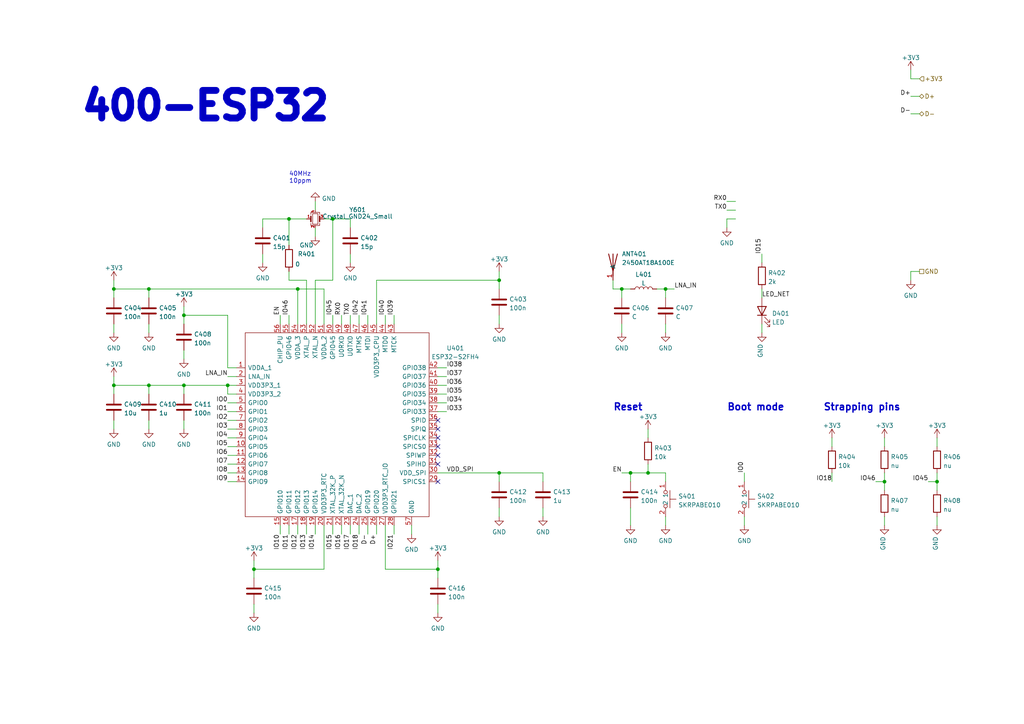
<source format=kicad_sch>
(kicad_sch (version 20230121) (generator eeschema)
  (paper "A4")
  (title_block (title "PMK_Keyboard") (date "2023-02-06") (rev "HW00") (company "PumaCorp") (comment 1 "Design by: NdG"))
  (lib_symbols
    (symbol "Component lib:2450AT18A100E" (pin_names (offset 0.762))
      (property "Reference" "ANT" (at 6.35 10.16 0))
      (property "Value" "2450AT18A100E" (at 6.35 7.62 0))
      (symbol "2450AT18A100E_0_1"
        (polyline (pts (xy 0 7.62) (xy 0 1.27)) (stroke (width 0.254)))
        (polyline (pts (xy 1.27 7.62) (xy 0 2.54) (xy -1.27 7.62)) (stroke (width 0.254)))
      )
      (symbol "2450AT18A100E_1_1"
        (pin input line (at 0 0 90) (length 2.54) (name "A") (number "1"))
      )
    )
    (symbol "Component lib:C" (pin_numbers hide) (pin_names (offset 0.254))
      (property "Reference" "C" (at 0.635 -1.27 0))
      (property "Value" "C" (at 0.635 -6.35 0))
      (symbol "C_0_1"
        (polyline (pts (xy -2.032 -4.572) (xy 2.032 -4.572)) (stroke (width 0.508)))
        (polyline (pts (xy -2.032 -3.048) (xy 2.032 -3.048)) (stroke (width 0.508)))
      )
      (symbol "C_1_1"
        (pin passive line (at 0 0 270) (length 2.794) (name "~") (number "1"))
        (pin passive line (at 0 -7.62 90) (length 2.794) (name "~") (number "2"))
      )
    )
    (symbol "Component lib:L" (pin_numbers hide) (pin_names (offset 1.016) hide)
      (property "Reference" "L" (at 3.81 -1.27 0))
      (property "Value" "L" (at 3.81 1.905 0))
      (symbol "L_0_1"
        (arc (start 2.54 0) (mid 1.905 0.6323) (end 1.27 0))
        (arc (start 3.81 0) (mid 3.175 0.6323) (end 2.54 0))
        (arc (start 5.08 0) (mid 4.445 0.6323) (end 3.81 0))
        (arc (start 6.35 0) (mid 5.715 0.6323) (end 5.08 0))
      )
      (symbol "L_1_1"
        (pin passive line (at 0 0 0) (length 1.27) (name "1") (number "1"))
        (pin passive line (at 7.62 0 180) (length 1.27) (name "2") (number "2"))
      )
    )
    (symbol "Component lib:LED" (pin_numbers hide) (pin_names (offset 1.016) hide)
      (property "Reference" "D" (at 3.81 2.54 0))
      (property "Value" "LED" (at 3.81 -2.54 0))
      (symbol "LED_0_1"
        (polyline (pts (xy 2.54 -1.27) (xy 2.54 1.27)) (stroke (width 0.254)))
        (polyline (pts (xy 2.54 0) (xy 5.08 0)))
        (polyline (pts (xy 5.08 -1.27) (xy 5.08 1.27) (xy 2.54 0) (xy 5.08 -1.27)) (stroke (width 0.254)))
        (polyline (pts (xy 0.762 -0.762) (xy -0.762 -2.286) (xy 0 -2.286) (xy -0.762 -2.286) (xy -0.762 -1.524)))
        (polyline (pts (xy 2.032 -0.762) (xy 0.508 -2.286) (xy 1.27 -2.286) (xy 0.508 -2.286) (xy 0.508 -1.524)))
      )
      (symbol "LED_1_1"
        (pin passive line (at 0 0 0) (length 2.54) (name "K") (number "1"))
        (pin passive line (at 7.62 0 180) (length 2.54) (name "A") (number "2"))
      )
    )
    (symbol "Component lib:R" (pin_numbers hide) (pin_names (offset 0))
      (property "Reference" "R" (at 2.032 -3.81 90))
      (property "Value" "R" (at 0 -3.81 90))
      (symbol "R_0_1"
        (rectangle (start -1.016 -6.35) (end 1.016 -1.27) (stroke (width 0.254)))
      )
      (symbol "R_1_1"
        (pin passive line (at 0 0 270) (length 1.27) (name "~") (number "1"))
        (pin passive line (at 0 -7.62 90) (length 1.27) (name "~") (number "2"))
      )
    )
    (symbol "Component lib:SKRPABE010" (pin_names (offset 0.762))
      (property "Reference" "S" (at 5.715 3.81 0))
      (property "Value" "SKRPABE010" (at 24.13 5.08 0))
      (symbol "SKRPABE010_0_1"
        (polyline (pts (xy 5.08 1.27) (xy 5.08 3.048)))
        (polyline (pts (xy 7.62 1.27) (xy 2.54 1.27)))
        (circle (center 3.048 0) (radius 0.508))
        (circle (center 7.112 0) (radius 0.508))
        (pin passive line (at 0 0 0) (length 2.54) (name "1") (number "1"))
        (pin passive line (at 10.16 0 180) (length 2.54) (name "2") (number "2"))
      )
    )
    (symbol "Component_lib:ESP32-S2FH4" (pin_names (offset 0.762))
      (property "Reference" "U" (at 22.86 -12.7 0))
      (property "Value" "ESP32-S2FH4" (at 22.86 -15.24 0))
      (symbol "ESP32-S2FH4_0_0"
        (pin passive line (at 0 0 0) (length 2.54) (name "VDDA_1") (number "1"))
        (pin passive line (at 0 -22.86 0) (length 2.54) (name "GPIO5") (number "10"))
        (pin passive line (at 0 -25.4 0) (length 2.54) (name "GPIO6") (number "11"))
        (pin passive line (at 0 -27.94 0) (length 2.54) (name "GPIO7") (number "12"))
        (pin passive line (at 0 -30.48 0) (length 2.54) (name "GPIO8") (number "13"))
        (pin passive line (at 0 -33.02 0) (length 2.54) (name "GPIO9") (number "14"))
        (pin passive line (at 12.7 -45.72 90) (length 2.54) (name "GPIO10") (number "15"))
        (pin passive line (at 15.24 -45.72 90) (length 2.54) (name "GPIO11") (number "16"))
        (pin passive line (at 17.78 -45.72 90) (length 2.54) (name "GPIO12") (number "17"))
        (pin passive line (at 20.32 -45.72 90) (length 2.54) (name "GPIO13") (number "18"))
        (pin passive line (at 22.86 -45.72 90) (length 2.54) (name "GPIO14") (number "19"))
        (pin passive line (at 0 -2.54 0) (length 2.54) (name "LNA_IN") (number "2"))
        (pin passive line (at 25.4 -45.72 90) (length 2.54) (name "VDD3P3_RTC") (number "20"))
        (pin passive line (at 27.94 -45.72 90) (length 2.54) (name "XTAL_32K_P") (number "21"))
        (pin passive line (at 30.48 -45.72 90) (length 2.54) (name "XTAL_32K_N") (number "22"))
        (pin passive line (at 33.02 -45.72 90) (length 2.54) (name "DAC_1") (number "23"))
        (pin passive line (at 35.56 -45.72 90) (length 2.54) (name "DAC_2") (number "24"))
        (pin passive line (at 38.1 -45.72 90) (length 2.54) (name "GPIO19") (number "25"))
        (pin passive line (at 40.64 -45.72 90) (length 2.54) (name "GPIO20") (number "26"))
        (pin passive line (at 43.18 -45.72 90) (length 2.54) (name "VDD3P3_RTC_IO") (number "27"))
        (pin passive line (at 45.72 -45.72 90) (length 2.54) (name "GPIO21") (number "28"))
        (pin passive line (at 58.42 -33.02 180) (length 2.54) (name "SPICS1") (number "29"))
        (pin passive line (at 0 -5.08 0) (length 2.54) (name "VDD3P3_1") (number "3"))
        (pin passive line (at 58.42 -30.48 180) (length 2.54) (name "VDD_SPI") (number "30"))
        (pin passive line (at 58.42 -27.94 180) (length 2.54) (name "SPIHD") (number "31"))
        (pin passive line (at 58.42 -25.4 180) (length 2.54) (name "SPIWP") (number "32"))
        (pin passive line (at 58.42 -22.86 180) (length 2.54) (name "SPICS0") (number "33"))
        (pin passive line (at 58.42 -20.32 180) (length 2.54) (name "SPICLK") (number "34"))
        (pin passive line (at 58.42 -17.78 180) (length 2.54) (name "SPIQ") (number "35"))
        (pin passive line (at 58.42 -15.24 180) (length 2.54) (name "SPID") (number "36"))
        (pin passive line (at 58.42 -12.7 180) (length 2.54) (name "GPIO33") (number "37"))
        (pin passive line (at 58.42 -10.16 180) (length 2.54) (name "GPIO34") (number "38"))
        (pin passive line (at 58.42 -7.62 180) (length 2.54) (name "GPIO35") (number "39"))
        (pin passive line (at 0 -7.62 0) (length 2.54) (name "VDD3P3_2") (number "4"))
        (pin passive line (at 58.42 -5.08 180) (length 2.54) (name "GPIO36") (number "40"))
        (pin passive line (at 58.42 -2.54 180) (length 2.54) (name "GPIO37") (number "41"))
        (pin passive line (at 58.42 0 180) (length 2.54) (name "GPIO38") (number "42"))
        (pin passive line (at 45.72 12.7 270) (length 2.54) (name "MTCK") (number "43"))
        (pin passive line (at 43.18 12.7 270) (length 2.54) (name "MTD0") (number "44"))
        (pin passive line (at 40.64 12.7 270) (length 2.54) (name "VDD3P3_CPU") (number "45"))
        (pin passive line (at 38.1 12.7 270) (length 2.54) (name "MTDI") (number "46"))
        (pin passive line (at 35.56 12.7 270) (length 2.54) (name "MTMS") (number "47"))
        (pin passive line (at 33.02 12.7 270) (length 2.54) (name "U0TXD") (number "48"))
        (pin passive line (at 30.48 12.7 270) (length 2.54) (name "U0RXD") (number "49"))
        (pin passive line (at 0 -10.16 0) (length 2.54) (name "GPIO0") (number "5"))
        (pin passive line (at 27.94 12.7 270) (length 2.54) (name "GPIO45") (number "50"))
        (pin passive line (at 25.4 12.7 270) (length 2.54) (name "VDDA_2") (number "51"))
        (pin passive line (at 22.86 12.7 270) (length 2.54) (name "XTAL_N") (number "52"))
        (pin passive line (at 20.32 12.7 270) (length 2.54) (name "XTAL_P") (number "53"))
        (pin passive line (at 17.78 12.7 270) (length 2.54) (name "VDDA_3") (number "54"))
        (pin passive line (at 15.24 12.7 270) (length 2.54) (name "GPIO46") (number "55"))
        (pin passive line (at 12.7 12.7 270) (length 2.54) (name "CHIP_PU") (number "56"))
        (pin passive line (at 50.8 -45.72 90) (length 2.54) (name "GND") (number "57"))
        (pin passive line (at 0 -12.7 0) (length 2.54) (name "GPIO1") (number "6"))
        (pin passive line (at 0 -15.24 0) (length 2.54) (name "GPIO2") (number "7"))
        (pin passive line (at 0 -17.78 0) (length 2.54) (name "GPIO3") (number "8"))
        (pin passive line (at 0 -20.32 0) (length 2.54) (name "GPIO4") (number "9"))
      )
      (symbol "ESP32-S2FH4_0_1"
        (polyline (pts (xy 2.54 10.16) (xy 55.88 10.16) (xy 55.88 -43.18) (xy 2.54 -43.18) (xy 2.54 10.16)) (stroke (width 0.1524)))
      )
    )
    (symbol "Device:Crystal_GND24_Small" (pin_names (offset 1.016) hide)
      (property "Reference" "Y" (at 1.27 4.445 0))
      (property "Value" "Crystal_GND24_Small" (at 1.27 2.54 0))
      (symbol "Crystal_GND24_Small_0_1"
        (rectangle (start -0.762 -1.524) (end 0.762 1.524))
        (polyline (pts (xy -1.27 -0.762) (xy -1.27 0.762)) (stroke (width 0.381)))
        (polyline (pts (xy 1.27 -0.762) (xy 1.27 0.762)) (stroke (width 0.381)))
        (polyline (pts (xy -1.27 -1.27) (xy -1.27 -1.905) (xy 1.27 -1.905) (xy 1.27 -1.27)))
        (polyline (pts (xy -1.27 1.27) (xy -1.27 1.905) (xy 1.27 1.905) (xy 1.27 1.27)))
      )
      (symbol "Crystal_GND24_Small_1_1"
        (pin passive line (at -2.54 0 0) (length 1.27) (name "1") (number "1"))
        (pin passive line (at 0 -2.54 90) (length 0.635) (name "2") (number "2"))
        (pin passive line (at 2.54 0 180) (length 1.27) (name "3") (number "3"))
        (pin passive line (at 0 2.54 270) (length 0.635) (name "4") (number "4"))
      )
    )
    (symbol "power:+3V3" (power) (pin_names (offset 0))
      (property "Value" "+3V3" (at 0 3.556 0))
      (symbol "+3V3_0_1"
        (polyline (pts (xy -0.762 1.27) (xy 0 2.54)))
        (polyline (pts (xy 0 0) (xy 0 2.54)))
        (polyline (pts (xy 0 2.54) (xy 0.762 1.27)))
      )
      (symbol "+3V3_1_1"
        (pin power_in line (at 0 0 90) (length 0) hide (name "+3V3") (number "1"))
      )
    )
    (symbol "power:GND" (power) (pin_names (offset 0))
      (property "Value" "GND" (at 0 -3.81 0))
      (symbol "GND_0_1"
        (polyline (pts (xy 0 0) (xy 0 -1.27) (xy 1.27 -1.27) (xy 0 -2.54) (xy -1.27 -1.27) (xy 0 -1.27)))
      )
      (symbol "GND_1_1"
        (pin power_in line (at 0 0 270) (length 0) hide (name "GND") (number "1"))
      )
    )
  )
  (junction (at 43.18 83.82))
  (junction (at 53.34 91.44))
  (junction (at 182.88 137.16))
  (junction (at 127 165.1))
  (junction (at 33.02 83.82))
  (junction (at 187.96 137.16))
  (junction (at 96.52 63.5))
  (junction (at 66.04 111.76))
  (junction (at 33.02 111.76))
  (junction (at 193.04 83.82))
  (junction (at 86.36 83.82))
  (junction (at 180.34 83.82))
  (junction (at 83.82 63.5))
  (junction (at 271.78 139.7))
  (junction (at 256.54 139.7))
  (junction (at 43.18 111.76))
  (junction (at 53.34 111.76))
  (junction (at 144.78 81.28))
  (junction (at 144.78 137.16))
  (junction (at 73.66 165.1))
  (no_connect (at 127 127))
  (no_connect (at 127 132.08))
  (no_connect (at 127 139.7))
  (no_connect (at 127 129.54))
  (no_connect (at 127 134.62))
  (no_connect (at 127 124.46))
  (no_connect (at 127 121.92))
  (bus_entry (at 73.66 292.1) (size 2.54 -2.54))
  (bus_entry (at 73.66 246.38) (size 2.54 -2.54))
  (bus_entry (at 73.66 261.62) (size 2.54 -2.54))
  (bus_entry (at 73.66 274.32) (size 2.54 -2.54))
  (bus_entry (at 73.66 276.86) (size 2.54 -2.54))
  (bus_entry (at 73.66 233.68) (size 2.54 -2.54))
  (bus_entry (at 73.66 294.64) (size 2.54 -2.54))
  (bus_entry (at 73.66 259.08) (size 2.54 -2.54))
  (bus_entry (at 73.66 299.72) (size 2.54 -2.54))
  (bus_entry (at 73.66 236.22) (size 2.54 -2.54))
  (bus_entry (at 73.66 238.76) (size 2.54 -2.54))
  (bus_entry (at 73.66 256.54) (size 2.54 -2.54))
  (bus_entry (at 73.66 243.84) (size 2.54 -2.54))
  (bus_entry (at 73.66 284.48) (size 2.54 -2.54))
  (bus_entry (at 73.66 297.18) (size 2.54 -2.54))
  (bus_entry (at 73.66 241.3) (size 2.54 -2.54))
  (bus_entry (at 73.66 266.7) (size 2.54 -2.54))
  (bus_entry (at 73.66 251.46) (size 2.54 -2.54))
  (bus_entry (at 73.66 271.78) (size 2.54 -2.54))
  (bus_entry (at 73.66 254) (size 2.54 -2.54))
  (bus_entry (at 73.66 248.92) (size 2.54 -2.54))
  (bus_entry (at 73.66 231.14) (size 2.54 -2.54))
  (bus_entry (at 73.66 302.26) (size 2.54 -2.54))
  (bus_entry (at 73.66 269.24) (size 2.54 -2.54))
  (bus_entry (at 73.66 289.56) (size 2.54 -2.54))
  (bus_entry (at 73.66 228.6) (size 2.54 -2.54))
  (bus_entry (at 73.66 281.94) (size 2.54 -2.54))
  (bus_entry (at 73.66 287.02) (size 2.54 -2.54))
  (bus_entry (at 73.66 264.16) (size 2.54 -2.54))
  (bus_entry (at 73.66 279.4) (size 2.54 -2.54))
  (wire (pts (xy 53.34 101.6) (xy 53.34 104.14)))
  (wire (pts (xy 66.04 129.54) (xy 68.58 129.54)))
  (bus (pts (xy 76.2 256.54) (xy 76.2 259.08)))
  (bus (pts (xy 76.2 233.68) (xy 76.2 236.22)))
  (wire (pts (xy 127 165.1) (xy 127 167.64)))
  (wire (pts (xy 101.6 73.66) (xy 101.6 76.2)))
  (wire (pts (xy 144.78 137.16) (xy 157.48 137.16)))
  (bus (pts (xy 76.2 269.24) (xy 76.2 271.78)))
  (wire (pts (xy 127 162.56) (xy 127 165.1)))
  (wire (pts (xy 182.88 147.32) (xy 182.88 152.4)))
  (wire (pts (xy 66.04 121.92) (xy 68.58 121.92)))
  (wire (pts (xy 106.68 91.44) (xy 106.68 93.98)))
  (wire (pts (xy 66.04 111.76) (xy 68.58 111.76)))
  (wire (pts (xy 264.16 22.86) (xy 266.7 22.86)))
  (wire (pts (xy 71.12 233.68) (xy 73.66 233.68)))
  (bus (pts (xy 76.2 248.92) (xy 76.2 251.46)))
  (wire (pts (xy 210.82 58.42) (xy 213.36 58.42)))
  (wire (pts (xy 53.34 114.3) (xy 53.34 111.76)))
  (wire (pts (xy 83.82 71.12) (xy 83.82 63.5)))
  (wire (pts (xy 71.12 302.26) (xy 73.66 302.26)))
  (bus (pts (xy 76.2 246.38) (xy 76.2 248.92)))
  (wire (pts (xy 109.22 152.4) (xy 109.22 154.94)))
  (wire (pts (xy 256.54 137.16) (xy 256.54 139.7)))
  (wire (pts (xy 114.3 91.44) (xy 114.3 93.98)))
  (wire (pts (xy 111.76 91.44) (xy 111.76 93.98)))
  (wire (pts (xy 71.12 236.22) (xy 73.66 236.22)))
  (wire (pts (xy 264.16 20.32) (xy 264.16 22.86)))
  (bus (pts (xy 76.2 294.64) (xy 76.2 297.18)))
  (wire (pts (xy 193.04 93.98) (xy 193.04 96.52)))
  (wire (pts (xy 53.34 88.9) (xy 53.34 91.44)))
  (wire (pts (xy 71.12 254) (xy 73.66 254)))
  (wire (pts (xy 96.52 91.44) (xy 96.52 93.98)))
  (wire (pts (xy 43.18 83.82) (xy 43.18 86.36)))
  (wire (pts (xy 66.04 127) (xy 68.58 127)))
  (bus (pts (xy 76.2 284.48) (xy 76.2 287.02)))
  (wire (pts (xy 33.02 81.28) (xy 33.02 83.82)))
  (wire (pts (xy 88.9 152.4) (xy 88.9 154.94)))
  (wire (pts (xy 93.98 83.82) (xy 86.36 83.82)))
  (wire (pts (xy 76.2 66.04) (xy 76.2 63.5)))
  (wire (pts (xy 157.48 147.32) (xy 157.48 149.86)))
  (wire (pts (xy 129.54 119.38) (xy 127 119.38)))
  (wire (pts (xy 177.8 81.28) (xy 177.8 83.82)))
  (wire (pts (xy 99.06 91.44) (xy 99.06 93.98)))
  (wire (pts (xy 157.48 137.16) (xy 157.48 139.7)))
  (wire (pts (xy 76.2 73.66) (xy 76.2 76.2)))
  (wire (pts (xy 71.12 246.38) (xy 73.66 246.38)))
  (wire (pts (xy 71.12 264.16) (xy 73.66 264.16)))
  (wire (pts (xy 71.12 299.72) (xy 73.66 299.72)))
  (wire (pts (xy 241.3 127) (xy 241.3 129.54)))
  (wire (pts (xy 33.02 121.92) (xy 33.02 124.46)))
  (wire (pts (xy 83.82 63.5) (xy 88.9 63.5)))
  (wire (pts (xy 96.52 152.4) (xy 96.52 154.94)))
  (wire (pts (xy 83.82 81.28) (xy 88.9 81.28)))
  (bus (pts (xy 76.2 292.1) (xy 76.2 294.64)))
  (wire (pts (xy 256.54 139.7) (xy 256.54 142.24)))
  (wire (pts (xy 264.16 27.94) (xy 266.7 27.94)))
  (wire (pts (xy 71.12 248.92) (xy 73.66 248.92)))
  (wire (pts (xy 127 137.16) (xy 144.78 137.16)))
  (wire (pts (xy 81.28 91.44) (xy 81.28 93.98)))
  (bus (pts (xy 76.2 226.06) (xy 76.2 228.6)))
  (wire (pts (xy 193.04 149.86) (xy 193.04 152.4)))
  (wire (pts (xy 177.8 83.82) (xy 180.34 83.82)))
  (bus (pts (xy 76.2 271.78) (xy 76.2 274.32)))
  (wire (pts (xy 254 139.7) (xy 256.54 139.7)))
  (wire (pts (xy 220.98 73.66) (xy 220.98 76.2)))
  (bus (pts (xy 76.2 274.32) (xy 76.2 276.86)))
  (wire (pts (xy 210.82 66.04) (xy 210.82 63.5)))
  (wire (pts (xy 71.12 241.3) (xy 73.66 241.3)))
  (wire (pts (xy 180.34 93.98) (xy 180.34 96.52)))
  (wire (pts (xy 93.98 63.5) (xy 96.52 63.5)))
  (wire (pts (xy 193.04 83.82) (xy 193.04 86.36)))
  (wire (pts (xy 144.78 78.74) (xy 144.78 81.28)))
  (wire (pts (xy 109.22 81.28) (xy 144.78 81.28)))
  (bus (pts (xy 76.2 243.84) (xy 76.2 246.38)))
  (wire (pts (xy 73.66 175.26) (xy 73.66 177.8)))
  (wire (pts (xy 193.04 83.82) (xy 195.58 83.82)))
  (bus (pts (xy 76.2 241.3) (xy 76.2 243.84)))
  (wire (pts (xy 271.78 149.86) (xy 271.78 152.4)))
  (bus (pts (xy 76.2 251.46) (xy 76.2 254)))
  (wire (pts (xy 88.9 81.28) (xy 88.9 93.98)))
  (wire (pts (xy 71.12 251.46) (xy 73.66 251.46)))
  (wire (pts (xy 71.12 297.18) (xy 73.66 297.18)))
  (wire (pts (xy 144.78 81.28) (xy 144.78 83.82)))
  (wire (pts (xy 101.6 63.5) (xy 96.52 63.5)))
  (wire (pts (xy 86.36 152.4) (xy 86.36 154.94)))
  (wire (pts (xy 91.44 152.4) (xy 91.44 154.94)))
  (wire (pts (xy 111.76 165.1) (xy 127 165.1)))
  (wire (pts (xy 71.12 274.32) (xy 73.66 274.32)))
  (wire (pts (xy 33.02 83.82) (xy 43.18 83.82)))
  (bus (pts (xy 76.2 223.52) (xy 76.2 226.06)))
  (wire (pts (xy 73.66 281.94) (xy 71.12 281.94)))
  (wire (pts (xy 81.28 152.4) (xy 81.28 154.94)))
  (wire (pts (xy 241.3 137.16) (xy 241.3 139.7)))
  (bus (pts (xy 76.2 231.14) (xy 76.2 233.68)))
  (wire (pts (xy 71.12 243.84) (xy 73.66 243.84)))
  (bus (pts (xy 76.2 259.08) (xy 76.2 261.62)))
  (wire (pts (xy 127 116.84) (xy 129.54 116.84)))
  (wire (pts (xy 111.76 152.4) (xy 111.76 165.1)))
  (wire (pts (xy 127 111.76) (xy 129.54 111.76)))
  (wire (pts (xy 187.96 124.46) (xy 187.96 127)))
  (wire (pts (xy 180.34 83.82) (xy 182.88 83.82)))
  (wire (pts (xy 53.34 93.98) (xy 53.34 91.44)))
  (wire (pts (xy 71.12 271.78) (xy 73.66 271.78)))
  (wire (pts (xy 104.14 91.44) (xy 104.14 93.98)))
  (wire (pts (xy 73.66 162.56) (xy 73.66 165.1)))
  (wire (pts (xy 71.12 231.14) (xy 73.66 231.14)))
  (wire (pts (xy 96.52 81.28) (xy 91.44 81.28)))
  (wire (pts (xy 33.02 114.3) (xy 33.02 111.76)))
  (wire (pts (xy 264.16 78.74) (xy 266.7 78.74)))
  (wire (pts (xy 99.06 152.4) (xy 99.06 154.94)))
  (wire (pts (xy 271.78 139.7) (xy 271.78 142.24)))
  (wire (pts (xy 66.04 109.22) (xy 68.58 109.22)))
  (wire (pts (xy 73.66 287.02) (xy 71.12 287.02)))
  (wire (pts (xy 73.66 165.1) (xy 93.98 165.1)))
  (wire (pts (xy 43.18 83.82) (xy 86.36 83.82)))
  (bus (pts (xy 76.2 289.56) (xy 76.2 292.1)))
  (wire (pts (xy 66.04 124.46) (xy 68.58 124.46)))
  (wire (pts (xy 66.04 137.16) (xy 68.58 137.16)))
  (wire (pts (xy 73.66 284.48) (xy 71.12 284.48)))
  (bus (pts (xy 76.2 297.18) (xy 76.2 299.72)))
  (wire (pts (xy 93.98 93.98) (xy 93.98 83.82)))
  (wire (pts (xy 271.78 137.16) (xy 271.78 139.7)))
  (wire (pts (xy 66.04 91.44) (xy 66.04 106.68)))
  (wire (pts (xy 43.18 121.92) (xy 43.18 124.46)))
  (bus (pts (xy 76.2 238.76) (xy 76.2 241.3)))
  (wire (pts (xy 215.9 137.16) (xy 215.9 139.7)))
  (wire (pts (xy 33.02 111.76) (xy 43.18 111.76)))
  (wire (pts (xy 119.38 152.4) (xy 119.38 154.94)))
  (wire (pts (xy 68.58 114.3) (xy 66.04 114.3)))
  (wire (pts (xy 71.12 256.54) (xy 73.66 256.54)))
  (wire (pts (xy 180.34 86.36) (xy 180.34 83.82)))
  (wire (pts (xy 101.6 66.04) (xy 101.6 63.5)))
  (wire (pts (xy 271.78 127) (xy 271.78 129.54)))
  (wire (pts (xy 182.88 137.16) (xy 187.96 137.16)))
  (wire (pts (xy 91.44 81.28) (xy 91.44 93.98)))
  (wire (pts (xy 144.78 137.16) (xy 144.78 139.7)))
  (wire (pts (xy 53.34 111.76) (xy 66.04 111.76)))
  (wire (pts (xy 43.18 114.3) (xy 43.18 111.76)))
  (wire (pts (xy 83.82 81.28) (xy 83.82 78.74)))
  (wire (pts (xy 264.16 33.02) (xy 266.7 33.02)))
  (wire (pts (xy 256.54 149.86) (xy 256.54 152.4)))
  (wire (pts (xy 71.12 279.4) (xy 73.66 279.4)))
  (wire (pts (xy 66.04 119.38) (xy 68.58 119.38)))
  (wire (pts (xy 53.34 121.92) (xy 53.34 124.46)))
  (wire (pts (xy 71.12 228.6) (xy 73.66 228.6)))
  (wire (pts (xy 127 109.22) (xy 129.54 109.22)))
  (wire (pts (xy 190.5 83.82) (xy 193.04 83.82)))
  (wire (pts (xy 264.16 81.28) (xy 264.16 78.74)))
  (wire (pts (xy 71.12 261.62) (xy 73.66 261.62)))
  (wire (pts (xy 66.04 106.68) (xy 68.58 106.68)))
  (wire (pts (xy 144.78 147.32) (xy 144.78 149.86)))
  (wire (pts (xy 86.36 83.82) (xy 86.36 93.98)))
  (wire (pts (xy 114.3 152.4) (xy 114.3 154.94)))
  (bus (pts (xy 76.2 266.7) (xy 76.2 269.24)))
  (wire (pts (xy 83.82 91.44) (xy 83.82 93.98)))
  (wire (pts (xy 187.96 137.16) (xy 193.04 137.16)))
  (wire (pts (xy 91.44 58.42) (xy 91.44 60.96)))
  (wire (pts (xy 93.98 165.1) (xy 93.98 152.4)))
  (wire (pts (xy 269.24 139.7) (xy 271.78 139.7)))
  (wire (pts (xy 73.66 292.1) (xy 71.12 292.1)))
  (wire (pts (xy 71.12 266.7) (xy 73.66 266.7)))
  (wire (pts (xy 66.04 134.62) (xy 68.58 134.62)))
  (wire (pts (xy 71.12 259.08) (xy 73.66 259.08)))
  (wire (pts (xy 66.04 139.7) (xy 68.58 139.7)))
  (wire (pts (xy 33.02 93.98) (xy 33.02 96.52)))
  (wire (pts (xy 73.66 289.56) (xy 71.12 289.56)))
  (wire (pts (xy 53.34 91.44) (xy 66.04 91.44)))
  (wire (pts (xy 106.68 152.4) (xy 106.68 154.94)))
  (wire (pts (xy 96.52 63.5) (xy 96.52 81.28)))
  (wire (pts (xy 43.18 93.98) (xy 43.18 96.52)))
  (wire (pts (xy 71.12 276.86) (xy 73.66 276.86)))
  (wire (pts (xy 101.6 91.44) (xy 101.6 93.98)))
  (bus (pts (xy 76.2 254) (xy 76.2 256.54)))
  (wire (pts (xy 33.02 86.36) (xy 33.02 83.82)))
  (wire (pts (xy 187.96 134.62) (xy 187.96 137.16)))
  (wire (pts (xy 83.82 152.4) (xy 83.82 154.94)))
  (wire (pts (xy 210.82 63.5) (xy 213.36 63.5)))
  (wire (pts (xy 215.9 149.86) (xy 215.9 152.4)))
  (bus (pts (xy 76.2 281.94) (xy 76.2 284.48)))
  (wire (pts (xy 71.12 269.24) (xy 73.66 269.24)))
  (wire (pts (xy 91.44 66.04) (xy 91.44 68.58)))
  (wire (pts (xy 256.54 127) (xy 256.54 129.54)))
  (wire (pts (xy 220.98 83.82) (xy 220.98 86.36)))
  (bus (pts (xy 76.2 287.02) (xy 76.2 289.56)))
  (wire (pts (xy 144.78 91.44) (xy 144.78 93.98)))
  (wire (pts (xy 182.88 137.16) (xy 182.88 139.7)))
  (wire (pts (xy 127 106.68) (xy 129.54 106.68)))
  (wire (pts (xy 127 175.26) (xy 127 177.8)))
  (wire (pts (xy 210.82 60.96) (xy 213.36 60.96)))
  (wire (pts (xy 76.2 63.5) (xy 83.82 63.5)))
  (wire (pts (xy 109.22 81.28) (xy 109.22 93.98)))
  (bus (pts (xy 76.2 236.22) (xy 76.2 238.76)))
  (wire (pts (xy 66.04 132.08) (xy 68.58 132.08)))
  (wire (pts (xy 180.34 137.16) (xy 182.88 137.16)))
  (wire (pts (xy 101.6 152.4) (xy 101.6 154.94)))
  (wire (pts (xy 127 114.3) (xy 129.54 114.3)))
  (wire (pts (xy 220.98 93.98) (xy 220.98 96.52)))
  (bus (pts (xy 76.2 228.6) (xy 76.2 231.14)))
  (wire (pts (xy 66.04 114.3) (xy 66.04 111.76)))
  (wire (pts (xy 66.04 116.84) (xy 68.58 116.84)))
  (bus (pts (xy 76.2 276.86) (xy 76.2 279.4)))
  (wire (pts (xy 43.18 111.76) (xy 53.34 111.76)))
  (wire (pts (xy 71.12 294.64) (xy 73.66 294.64)))
  (bus (pts (xy 76.2 264.16) (xy 76.2 266.7)))
  (bus (pts (xy 76.2 261.62) (xy 76.2 264.16)))
  (wire (pts (xy 193.04 137.16) (xy 193.04 139.7)))
  (wire (pts (xy 33.02 109.22) (xy 33.02 111.76)))
  (wire (pts (xy 71.12 238.76) (xy 73.66 238.76)))
  (wire (pts (xy 73.66 165.1) (xy 73.66 167.64)))
  (bus (pts (xy 76.2 279.4) (xy 76.2 281.94)))
  (wire (pts (xy 104.14 152.4) (xy 104.14 154.94)))
  (text "Boot mode\n" (at 210.82 119.38 0) (effects (font (size 2 2) (thickness 0.4) bold) (justify left bottom)))
  (text "Reset\n" (at 177.8 119.38 0) (effects (font (size 2 2) (thickness 0.4) bold) (justify left bottom)))
  (text "40MHz \n10ppm" (at 83.82 53.34 0) (effects (font (size 1.27 1.27)) (justify left bottom)))
  (text "400-ESP32" (at 22.86 35.56 0) (effects (font (size 8 8) (thickness 3) bold) (justify left bottom)))
  (text "Strapping pins" (at 238.76 119.38 0) (effects (font (size 2 2) (thickness 0.4) bold) (justify left bottom)))
  (label "D-" (at 106.68 154.94 270))
  (label "IO45" (at 269.24 139.7 180))
  (label "IO3" (at 71.12 236.22 180))
  (label "RX0" (at 99.06 91.44 90))
  (label "IO35" (at 129.54 114.3 0))
  (label "IO15" (at 71.12 266.7 180))
  (label "IO12" (at 86.36 154.94 270))
  (label "TX0" (at 101.6 91.44 90))
  (label "IO38" (at 71.12 292.1 180))
  (label "IO17" (at 101.6 154.94 270))
  (label "IO0" (at 66.04 116.84 180))
  (label "IO37" (at 71.12 289.56 180))
  (label "VDD_SPI" (at 129.54 137.16 0))
  (label "IO39" (at 71.12 294.64 180))
  (label "IO42" (at 71.12 302.26 180))
  (label "IO6" (at 71.12 243.84 180))
  (label "IO9" (at 66.04 139.7 180))
  (label "IO7" (at 71.12 246.38 180))
  (label "IO4" (at 71.12 238.76 180))
  (label "IO14" (at 71.12 264.16 180))
  (label "IO40" (at 71.12 297.18 180))
  (label "EN" (at 180.34 137.16 180))
  (label "IO18" (at 241.3 139.7 180))
  (label "IO16" (at 99.06 154.94 270))
  (label "IO46" (at 254 139.7 180))
  (label "TX0" (at 210.82 60.96 180))
  (label "IO8" (at 66.04 137.16 180))
  (label "IO10" (at 81.28 154.94 270))
  (label "IO40" (at 111.76 91.44 90))
  (label "IO10" (at 71.12 254 180))
  (label "IO14" (at 91.44 154.94 270))
  (label "IO21" (at 71.12 276.86 180))
  (label "IO33" (at 129.54 119.38 0))
  (label "IO39" (at 114.3 91.44 90))
  (label "IO18" (at 104.14 154.94 270))
  (label "IO5" (at 71.12 241.3 180))
  (label "IO36" (at 129.54 111.76 0))
  (label "IO12" (at 71.12 259.08 180))
  (label "IO0" (at 215.9 137.16 90))
  (label "IO16" (at 71.12 269.24 180))
  (label "IO41" (at 106.68 91.44 90))
  (label "IO42" (at 104.14 91.44 90))
  (label "IO2" (at 71.12 233.68 180))
  (label "LNA_IN" (at 66.04 109.22 180))
  (label "LNA_IN" (at 195.58 83.82 0))
  (label "D+" (at 109.22 154.94 270))
  (label "IO11" (at 71.12 256.54 180))
  (label "IO0" (at 71.12 228.6 180))
  (label "IO1" (at 71.12 231.14 180))
  (label "IO6" (at 66.04 132.08 180))
  (label "IO21" (at 114.3 154.94 270))
  (label "IO15" (at 220.98 73.66 90))
  (label "IO11" (at 83.82 154.94 270))
  (label "IO38" (at 129.54 106.68 0))
  (label "IO37" (at 129.54 109.22 0))
  (label "IO46" (at 83.82 91.44 90))
  (label "IO33" (at 71.12 279.4 180))
  (label "IO15" (at 96.52 154.94 270))
  (label "IO1" (at 66.04 119.38 180))
  (label "LED_NET" (at 220.98 86.36 0))
  (label "EN" (at 81.28 91.44 90))
  (label "IO35" (at 71.12 284.48 180))
  (label "RX0" (at 210.82 58.42 180))
  (label "IO8" (at 71.12 248.92 180))
  (label "IO34" (at 71.12 281.94 180))
  (label "IO2" (at 66.04 121.92 180))
  (label "IO34" (at 129.54 116.84 0))
  (label "IO17" (at 71.12 271.78 180))
  (label "IO5" (at 66.04 129.54 180))
  (label "IO3" (at 66.04 124.46 180))
  (label "IO7" (at 66.04 134.62 180))
  (label "IO45" (at 96.52 91.44 90))
  (label "IO9" (at 71.12 251.46 180))
  (label "IO36" (at 71.12 287.02 180))
  (label "D-" (at 264.16 33.02 180))
  (label "IO13" (at 71.12 261.62 180))
  (label "IO13" (at 88.9 154.94 270))
  (label "IO18" (at 71.12 274.32 180))
  (label "IO41" (at 71.12 299.72 180))
  (label "D+" (at 264.16 27.94 180))
  (label "IO4" (at 66.04 127 180))
  (hierarchical_label "+3V3" (shape input) (at 266.7 22.86 0))
  (hierarchical_label "IO[0..42]" (shape bidirectional) (at 76.2 223.52 0))
  (hierarchical_label "D+" (shape bidirectional) (at 266.7 27.94 0))
  (hierarchical_label "GND" (shape passive) (at 266.7 78.74 0))
  (hierarchical_label "D-" (shape bidirectional) (at 266.7 33.02 0))
  (symbol (lib_id "power:+3V3") (at 264.16 20.32 0) (unit 1)
    (property "Reference" "#PWR0401" (effects hide))
    (property "Value" "+3V3" (at 264.16 16.7442 0))
  )
  (symbol (lib_id "power:GND") (at 91.44 58.42 180) (unit 1)
    (property "Reference" "#PWR0402" (effects hide))
    (property "Value" "GND" (at 93.345 57.5838 0) (effects (justify right)))
  )
  (symbol (lib_id "power:GND") (at 193.04 96.52 0) (unit 1)
    (property "Reference" "#PWR0414" (effects hide))
    (property "Value" "GND" (at 193.04 100.9634 0))
  )
  (symbol (lib_id "power:GND") (at 127 177.8 0) (unit 1)
    (property "Reference" "#PWR0436" (effects hide))
    (property "Value" "GND" (at 127 182.2434 0))
  )
  (symbol (lib_id "power:+3V3") (at 33.02 81.28 0) (unit 1)
    (property "Reference" "#PWR0408" (effects hide))
    (property "Value" "+3V3" (at 33.02 77.7042 0))
  )
  (symbol (lib_id "power:GND") (at 33.02 124.46 0) (unit 1)
    (property "Reference" "#PWR0418" (effects hide))
    (property "Value" "GND" (at 33.02 128.9034 0))
  )
  (symbol (lib_id "power:+3V3") (at 271.78 127 0) (unit 1)
    (property "Reference" "#PWR0424" (effects hide))
    (property "Value" "+3V3" (at 271.78 123.4242 0))
  )
  (symbol (lib_id "Component lib:C") (at 127 167.64 0) (unit 1)
    (property "Reference" "C416" (at 129.921 170.6153 0) (effects (justify left)))
    (property "Value" "100n" (at 129.921 173.1522 0) (effects (justify left)))
    (property "Footprint" "Capacitor_SMD:C_0402_1005Metric" (effects hide))
  )
  (symbol (lib_id "power:+3V3") (at 256.54 127 0) (unit 1)
    (property "Reference" "#PWR0423" (effects hide))
    (property "Value" "+3V3" (at 256.54 123.4242 0))
  )
  (symbol (lib_id "Component lib:2450AT18A100E") (at 177.8 81.28 0) (unit 1)
    (property "Reference" "ANT401" (at 180.34 73.66 0) (effects (justify left)))
    (property "Value" "2450AT18A100E" (at 180.34 76.2 0) (effects (justify left)))
    (property "Footprint" "Component_lib:ANTC3216X140N" (effects hide))
    (property "Datasheet" "https://www.johansontechnology.com/datasheets/2450AT18A100/2450AT18A100.pdf" (effects hide))
    (property "Description" "Antennas 2.45GHz ANTENNA" (effects hide))
    (property "Height" "1.4" (effects hide))
    (property "Mouser Part Number" "609-2450AT18A100E" (effects hide))
    (property "Mouser Price/Stock" "https://www.mouser.co.uk/ProductDetail/Johanson-Technology/2450AT18A100E?qs=yCnrNFeXz%252BjzOYKPg7LGCw%3D%3D" (effects hide))
    (property "Manufacturer_Name" "JOHANSON TECHNOLOGY" (effects hide))
    (property "Manufacturer_Part_Number" "2450AT18A100E" (effects hide))
  )
  (symbol (lib_id "power:GND") (at 43.18 124.46 0) (unit 1)
    (property "Reference" "#PWR0419" (effects hide))
    (property "Value" "GND" (at 43.18 128.9034 0))
  )
  (symbol (lib_id "power:GND") (at 53.34 124.46 0) (unit 1)
    (property "Reference" "#PWR0420" (effects hide))
    (property "Value" "GND" (at 53.34 128.9034 0))
  )
  (symbol (lib_id "Component lib:R") (at 271.78 129.54 0) (unit 1)
    (property "Reference" "R406" (at 273.558 132.5153 0) (effects (justify left)))
    (property "Value" "nu" (at 273.558 135.0522 0) (effects (justify left)))
    (property "Footprint" "Resistor_SMD:R_0201_0603Metric" (effects hide))
  )
  (symbol (lib_id "power:+3V3") (at 53.34 88.9 0) (unit 1)
    (property "Reference" "#PWR0409" (effects hide))
    (property "Value" "+3V3" (at 53.34 85.3242 0))
  )
  (symbol (lib_id "power:GND") (at 73.66 177.8 0) (unit 1)
    (property "Reference" "#PWR0435" (effects hide))
    (property "Value" "GND" (at 73.66 182.2434 0))
  )
  (symbol (lib_id "power:GND") (at 182.88 152.4 0) (unit 1)
    (property "Reference" "#PWR0427" (effects hide))
    (property "Value" "GND" (at 182.88 156.8434 0))
  )
  (symbol (lib_id "power:GND") (at 144.78 93.98 0) (unit 1)
    (property "Reference" "#PWR0410" (effects hide))
    (property "Value" "GND" (at 144.78 98.4234 0))
  )
  (symbol (lib_id "Component lib:SKRPABE010") (at 193.04 139.7 270) (unit 1)
    (property "Reference" "S401" (at 196.723 143.9453 90) (effects (justify left)))
    (property "Value" "SKRPABE010" (at 196.723 146.4822 90) (effects (justify left)))
    (property "Footprint" "Component_lib:SKRPABE010" (effects hide))
    (property "Datasheet" "https://datasheet.lcsc.com/szlcsc/ALPS-Electric-SKRPABE010_C115360.pdf" (effects hide))
    (property "Description" "Switch Tactile N.O. SPST Button J-Bend 0.05A 16VDC 1.57N SMD Automotive T/R" (effects hide))
    (property "Height" "2.5" (effects hide))
    (property "Mouser Part Number" "688-SKRPAB" (effects hide))
    (property "Mouser Price/Stock" "https://www.mouser.co.uk/ProductDetail/Alps-Alpine/SKRPABE010?qs=m0BA540hBPe1GpcSf%2FZ5Yw%3D%3D" (effects hide))
    (property "Manufacturer_Name" "ALPS Electric" (effects hide))
    (property "Manufacturer_Part_Number" "SKRPABE010" (effects hide))
  )
  (symbol (lib_id "Component lib:R") (at 256.54 129.54 0) (unit 1)
    (property "Reference" "R405" (at 258.318 132.5153 0) (effects (justify left)))
    (property "Value" "nu" (at 258.318 135.0522 0) (effects (justify left)))
    (property "Footprint" "Resistor_SMD:R_0201_0603Metric" (effects hide))
  )
  (symbol (lib_id "power:+3V3") (at 33.02 109.22 0) (unit 1)
    (property "Reference" "#PWR0417" (effects hide))
    (property "Value" "+3V3" (at 33.02 105.6442 0))
  )
  (symbol (lib_id "Component lib:C") (at 76.2 66.04 0) (unit 1)
    (property "Reference" "C401" (at 79.121 69.0153 0) (effects (justify left)))
    (property "Value" "15p" (at 79.121 71.5522 0) (effects (justify left)))
    (property "Footprint" "Capacitor_SMD:C_0201_0603Metric" (effects hide))
  )
  (symbol (lib_id "Component lib:C") (at 193.04 86.36 0) (unit 1)
    (property "Reference" "C407" (at 195.961 89.3353 0) (effects (justify left)))
    (property "Value" "C" (at 195.961 91.8722 0) (effects (justify left)))
    (property "Footprint" "Capacitor_SMD:C_0201_0603Metric" (effects hide))
  )
  (symbol (lib_id "Component lib:L") (at 182.88 83.82 0) (unit 1)
    (property "Reference" "L401" (at 186.69 79.6122 0))
    (property "Value" "L" (at 186.69 82.1491 0))
    (property "Footprint" "Inductor_SMD:L_0201_0603Metric" (effects hide))
  )
  (symbol (lib_id "power:GND") (at 33.02 96.52 0) (unit 1)
    (property "Reference" "#PWR0411" (effects hide))
    (property "Value" "GND" (at 33.02 100.9634 0))
  )
  (symbol (lib_id "Component lib:R") (at 241.3 129.54 0) (unit 1)
    (property "Reference" "R404" (at 243.078 132.5153 0) (effects (justify left)))
    (property "Value" "10k" (at 243.078 135.0522 0) (effects (justify left)))
    (property "Footprint" "Resistor_SMD:R_0201_0603Metric" (effects hide))
  )
  (symbol (lib_id "power:+3V3") (at 144.78 78.74 0) (unit 1)
    (property "Reference" "#PWR0407" (effects hide))
    (property "Value" "+3V3" (at 144.78 75.1642 0))
  )
  (symbol (lib_id "Component lib:C") (at 43.18 114.3 0) (unit 1)
    (property "Reference" "C410" (at 46.101 117.2753 0) (effects (justify left)))
    (property "Value" "1u" (at 46.101 119.8122 0) (effects (justify left)))
    (property "Footprint" "Capacitor_SMD:C_0402_1005Metric" (effects hide))
  )
  (symbol (lib_id "power:GND") (at 193.04 152.4 0) (unit 1)
    (property "Reference" "#PWR0428" (effects hide))
    (property "Value" "GND" (at 193.04 156.8434 0))
  )
  (symbol (lib_id "power:GND") (at 220.98 96.52 0) (unit 1)
    (property "Reference" "#PWR0415" (effects hide))
    (property "Value" "GND" (at 220.5462 99.695 90) (effects (justify right)))
  )
  (symbol (lib_id "power:GND") (at 76.2 76.2 0) (unit 1)
    (property "Reference" "#PWR0405" (effects hide))
    (property "Value" "GND" (at 76.2 80.6434 0))
  )
  (symbol (lib_id "power:GND") (at 91.44 68.58 0) (unit 1)
    (property "Reference" "#PWR0404" (effects hide))
    (property "Value" "GND" (at 88.9 71.12 0))
  )
  (symbol (lib_id "power:GND") (at 144.78 149.86 0) (unit 1)
    (property "Reference" "#PWR0425" (effects hide))
    (property "Value" "GND" (at 144.78 154.3034 0))
  )
  (symbol (lib_id "Component lib:C") (at 101.6 66.04 0) (unit 1)
    (property "Reference" "C402" (at 104.521 69.0153 0) (effects (justify left)))
    (property "Value" "15p" (at 104.521 71.5522 0) (effects (justify left)))
    (property "Footprint" "Capacitor_SMD:C_0201_0603Metric" (effects hide))
  )
  (symbol (lib_id "power:GND") (at 53.34 104.14 0) (unit 1)
    (property "Reference" "#PWR0416" (effects hide))
    (property "Value" "GND" (at 53.34 108.5834 0))
  )
  (symbol (lib_id "power:GND") (at 256.54 152.4 0) (unit 1)
    (property "Reference" "#PWR0430" (effects hide))
    (property "Value" "GND" (at 256.1062 155.575 90) (effects (justify right)))
  )
  (symbol (lib_id "Component lib:C") (at 180.34 86.36 0) (unit 1)
    (property "Reference" "C406" (at 183.261 89.3353 0) (effects (justify left)))
    (property "Value" "C" (at 183.261 91.8722 0) (effects (justify left)))
    (property "Footprint" "Capacitor_SMD:C_0201_0603Metric" (effects hide))
  )
  (symbol (lib_id "power:GND") (at 271.78 152.4 0) (unit 1)
    (property "Reference" "#PWR0431" (effects hide))
    (property "Value" "GND" (at 271.3462 155.575 90) (effects (justify right)))
  )
  (symbol (lib_id "power:+3V3") (at 187.96 124.46 0) (unit 1)
    (property "Reference" "#PWR0421" (effects hide))
    (property "Value" "+3V3" (at 187.96 120.8842 0))
  )
  (symbol (lib_id "Component lib:C") (at 157.48 139.7 0) (unit 1)
    (property "Reference" "C413" (at 160.401 142.6753 0) (effects (justify left)))
    (property "Value" "1u" (at 160.401 145.2122 0) (effects (justify left)))
    (property "Footprint" "Capacitor_SMD:C_0402_1005Metric" (effects hide))
  )
  (symbol (lib_id "Component lib:C") (at 33.02 114.3 0) (unit 1)
    (property "Reference" "C409" (at 35.941 117.2753 0) (effects (justify left)))
    (property "Value" "10u" (at 35.941 119.8122 0) (effects (justify left)))
    (property "Footprint" "Capacitor_SMD:C_0603_1608Metric" (effects hide))
  )
  (symbol (lib_id "Component lib:C") (at 53.34 93.98 0) (unit 1)
    (property "Reference" "C408" (at 56.261 96.9553 0) (effects (justify left)))
    (property "Value" "100n" (at 56.261 99.4922 0) (effects (justify left)))
    (property "Footprint" "Capacitor_SMD:C_0402_1005Metric" (effects hide))
  )
  (symbol (lib_id "Component lib:C") (at 182.88 139.7 0) (unit 1)
    (property "Reference" "C414" (at 185.801 142.6753 0) (effects (justify left)))
    (property "Value" "100n" (at 185.801 145.2122 0) (effects (justify left)))
    (property "Footprint" "Capacitor_SMD:C_0402_1005Metric" (effects hide))
  )
  (symbol (lib_id "power:GND") (at 264.16 81.28 0) (unit 1)
    (property "Reference" "#PWR0403" (effects hide))
    (property "Value" "GND" (at 264.16 85.7234 0))
  )
  (symbol (lib_id "Component lib:C") (at 144.78 139.7 0) (unit 1)
    (property "Reference" "C412" (at 147.701 142.6753 0) (effects (justify left)))
    (property "Value" "100n" (at 147.701 145.2122 0) (effects (justify left)))
    (property "Footprint" "Capacitor_SMD:C_0402_1005Metric" (effects hide))
  )
  (symbol (lib_id "Component lib:C") (at 33.02 86.36 0) (unit 1)
    (property "Reference" "C404" (at 35.941 89.3353 0) (effects (justify left)))
    (property "Value" "100n" (at 35.941 91.8722 0) (effects (justify left)))
    (property "Footprint" "Capacitor_SMD:C_0402_1005Metric" (effects hide))
  )
  (symbol (lib_id "power:GND") (at 180.34 96.52 0) (unit 1)
    (property "Reference" "#PWR0413" (effects hide))
    (property "Value" "GND" (at 180.34 100.9634 0))
  )
  (symbol (lib_id "power:GND") (at 210.82 66.04 0) (unit 1)
    (property "Reference" "#PWR0684" (effects hide))
    (property "Value" "GND" (at 210.82 70.4834 0))
  )
  (symbol (lib_id "power:+3V3") (at 127 162.56 0) (unit 1)
    (property "Reference" "#PWR0434" (effects hide))
    (property "Value" "+3V3" (at 127 158.9842 0))
  )
  (symbol (lib_id "Component lib:C") (at 73.66 167.64 0) (unit 1)
    (property "Reference" "C415" (at 76.581 170.6153 0) (effects (justify left)))
    (property "Value" "100n" (at 76.581 173.1522 0) (effects (justify left)))
    (property "Footprint" "Capacitor_SMD:C_0402_1005Metric" (effects hide))
  )
  (symbol (lib_id "Component lib:C") (at 144.78 83.82 0) (unit 1)
    (property "Reference" "C403" (at 147.701 86.7953 0) (effects (justify left)))
    (property "Value" "100n" (at 147.701 89.3322 0) (effects (justify left)))
    (property "Footprint" "Capacitor_SMD:C_0402_1005Metric" (effects hide))
  )
  (symbol (lib_id "Component lib:R") (at 271.78 142.24 0) (unit 1)
    (property "Reference" "R408" (at 273.558 145.2153 0) (effects (justify left)))
    (property "Value" "nu" (at 273.558 147.7522 0) (effects (justify left)))
    (property "Footprint" "Resistor_SMD:R_0201_0603Metric" (effects hide))
  )
  (symbol (lib_id "power:GND") (at 101.6 76.2 0) (unit 1)
    (property "Reference" "#PWR0406" (effects hide))
    (property "Value" "GND" (at 101.6 80.6434 0))
  )
  (symbol (lib_id "Component lib:SKRPABE010") (at 215.9 139.7 270) (unit 1)
    (property "Reference" "S402" (at 219.583 143.9453 90) (effects (justify left)))
    (property "Value" "SKRPABE010" (at 219.583 146.4822 90) (effects (justify left)))
    (property "Footprint" "Component_lib:SKRPABE010" (effects hide))
    (property "Datasheet" "https://datasheet.lcsc.com/szlcsc/ALPS-Electric-SKRPABE010_C115360.pdf" (effects hide))
    (property "Description" "Switch Tactile N.O. SPST Button J-Bend 0.05A 16VDC 1.57N SMD Automotive T/R" (effects hide))
    (property "Height" "2.5" (effects hide))
    (property "Mouser Part Number" "688-SKRPAB" (effects hide))
    (property "Mouser Price/Stock" "https://www.mouser.co.uk/ProductDetail/Alps-Alpine/SKRPABE010?qs=m0BA540hBPe1GpcSf%2FZ5Yw%3D%3D" (effects hide))
    (property "Manufacturer_Name" "ALPS Electric" (effects hide))
    (property "Manufacturer_Part_Number" "SKRPABE010" (effects hide))
  )
  (symbol (lib_id "power:+3V3") (at 73.66 162.56 0) (unit 1)
    (property "Reference" "#PWR0433" (effects hide))
    (property "Value" "+3V3" (at 73.66 158.9842 0))
  )
  (symbol (lib_id "Component lib:LED") (at 220.98 93.98 90) (unit 1)
    (property "Reference" "D401" (at 223.901 90.9228 90) (effects (justify right)))
    (property "Value" "LED" (at 223.901 93.4597 90) (effects (justify right)))
    (property "Footprint" "Component_lib:LED_0402_1005Metric_DUALSIDE" (effects hide))
  )
  (symbol (lib_id "power:GND") (at 119.38 154.94 0) (unit 1)
    (property "Reference" "#PWR0432" (effects hide))
    (property "Value" "GND" (at 119.38 159.3834 0))
  )
  (symbol (lib_id "power:GND") (at 157.48 149.86 0) (unit 1)
    (property "Reference" "#PWR0426" (effects hide))
    (property "Value" "GND" (at 157.48 154.3034 0))
  )
  (symbol (lib_id "Device:Crystal_GND24_Small") (at 91.44 63.5 0) (unit 1)
    (property "Reference" "Y601" (at 103.7063 60.8457 0))
    (property "Value" "Crystal_GND24_Small" (at 103.7063 62.7667 0))
    (property "Footprint" "Component_lib:Crystal_SMD_2016-4Pin_2.0x1.6mm" (effects hide))
  )
  (symbol (lib_id "Component lib:C") (at 43.18 86.36 0) (unit 1)
    (property "Reference" "C405" (at 46.101 89.3353 0) (effects (justify left)))
    (property "Value" "100n" (at 46.101 91.8722 0) (effects (justify left)))
    (property "Footprint" "Capacitor_SMD:C_0402_1005Metric" (effects hide))
  )
  (symbol (lib_id "Component lib:R") (at 187.96 127 0) (unit 1)
    (property "Reference" "R403" (at 189.738 129.9753 0) (effects (justify left)))
    (property "Value" "10k" (at 189.738 132.5122 0) (effects (justify left)))
    (property "Footprint" "Resistor_SMD:R_0201_0603Metric" (effects hide))
  )
  (symbol (lib_id "Component lib:R") (at 220.98 76.2 0) (unit 1)
    (property "Reference" "R402" (at 222.758 79.1753 0) (effects (justify left)))
    (property "Value" "2k" (at 222.758 81.7122 0) (effects (justify left)))
    (property "Footprint" "Resistor_SMD:R_0402_1005Metric" (effects hide))
  )
  (symbol (lib_id "Component lib:C") (at 53.34 114.3 0) (unit 1)
    (property "Reference" "C411" (at 56.261 117.2753 0) (effects (justify left)))
    (property "Value" "100n" (at 56.261 119.8122 0) (effects (justify left)))
    (property "Footprint" "Capacitor_SMD:C_0402_1005Metric" (effects hide))
  )
  (symbol (lib_id "power:+3V3") (at 241.3 127 0) (unit 1)
    (property "Reference" "#PWR0422" (effects hide))
    (property "Value" "+3V3" (at 241.3 123.4242 0))
  )
  (symbol (lib_id "Component lib:R") (at 83.82 71.12 0) (unit 1)
    (property "Reference" "R401" (at 86.36 73.66 0) (effects (justify left)))
    (property "Value" "0" (at 85.598 76.6322 0) (effects (justify left)))
    (property "Footprint" "Resistor_SMD:R_0201_0603Metric" (effects hide))
  )
  (symbol (lib_id "power:GND") (at 215.9 152.4 0) (unit 1)
    (property "Reference" "#PWR0429" (effects hide))
    (property "Value" "GND" (at 215.9 156.8434 0))
  )
  (symbol (lib_id "Component lib:R") (at 256.54 142.24 0) (unit 1)
    (property "Reference" "R407" (at 258.318 145.2153 0) (effects (justify left)))
    (property "Value" "nu" (at 258.318 147.7522 0) (effects (justify left)))
    (property "Footprint" "Resistor_SMD:R_0201_0603Metric" (effects hide))
  )
  (symbol (lib_id "Component_lib:ESP32-S2FH4") (at 68.58 106.68 0) (unit 1)
    (property "Reference" "U401" (at 132.0844 100.9735 0))
    (property "Value" "ESP32-S2FH4" (at 132.0844 103.5104 0))
    (property "Footprint" "Component_lib:QFN40P700X700X90-57N-D" (effects hide))
    (property "Datasheet" "https://www.mouser.ch/datasheet/2/891/esp32_s2_datasheet_en-1773066.pdf" (effects hide))
    (property "Description" "ESP32-S2FH4" (effects hide))
    (property "Height" "0.9" (effects hide))
    (property "Mouser Part Number" "356-ESP32-S2FH4" (effects hide))
    (property "Mouser Price/Stock" "https://www.mouser.co.uk/ProductDetail/Espressif-Systems/ESP32-S2FH4?qs=DPoM0jnrROVef2vYCoSa1w%3D%3D" (effects hide))
    (property "Manufacturer_Name" "Espressif Systems" (effects hide))
    (property "Manufacturer_Part_Number" "ESP32-S2FH4" (effects hide))
  )
  (symbol (lib_id "power:GND") (at 43.18 96.52 0) (unit 1)
    (property "Reference" "#PWR0412" (effects hide))
    (property "Value" "GND" (at 43.18 100.9634 0))
  )
)
</source>
